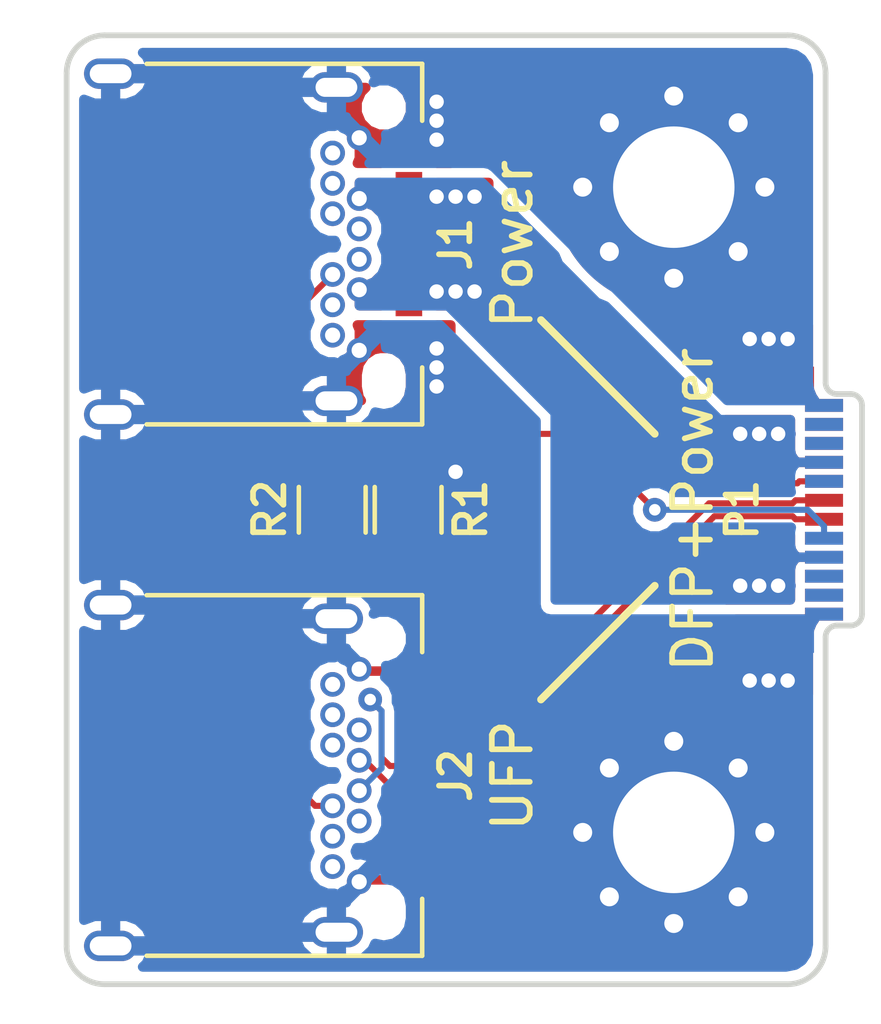
<source format=kicad_pcb>
(kicad_pcb (version 4) (host pcbnew 4.0.6)

  (general
    (links 40)
    (no_connects 0)
    (area 98.094999 99.015 121.635001 126.225)
    (thickness 0.8)
    (drawings 19)
    (tracks 139)
    (zones 0)
    (modules 7)
    (nets 47)
  )

  (page USLetter)
  (title_block
    (title "PD Buddy Wye")
    (date 2017-08-06)
    (rev v1.0)
  )

  (layers
    (0 F.Cu signal)
    (31 B.Cu signal)
    (32 B.Adhes user)
    (33 F.Adhes user)
    (34 B.Paste user)
    (35 F.Paste user)
    (36 B.SilkS user)
    (37 F.SilkS user)
    (38 B.Mask user)
    (39 F.Mask user)
    (40 Dwgs.User user)
    (41 Cmts.User user)
    (42 Eco1.User user)
    (43 Eco2.User user)
    (44 Edge.Cuts user)
    (45 Margin user)
    (46 B.CrtYd user)
    (47 F.CrtYd user)
    (48 B.Fab user)
    (49 F.Fab user)
  )

  (setup
    (last_trace_width 0.16)
    (trace_clearance 0.15)
    (zone_clearance 0.254)
    (zone_45_only no)
    (trace_min 0.16)
    (segment_width 0.2)
    (edge_width 0.15)
    (via_size 0.625)
    (via_drill 0.305)
    (via_min_size 0.4)
    (via_min_drill 0.3)
    (uvia_size 0.3)
    (uvia_drill 0.1)
    (uvias_allowed no)
    (uvia_min_size 0.2)
    (uvia_min_drill 0.1)
    (pcb_text_width 0.3)
    (pcb_text_size 1.5 1.5)
    (mod_edge_width 0.15)
    (mod_text_size 0.8 0.8)
    (mod_text_width 0.15)
    (pad_size 1.524 1.524)
    (pad_drill 0.762)
    (pad_to_mask_clearance 0.1)
    (aux_axis_origin 0 0)
    (visible_elements FFFFFF7F)
    (pcbplotparams
      (layerselection 0x00030_80000001)
      (usegerberextensions false)
      (excludeedgelayer true)
      (linewidth 0.100000)
      (plotframeref false)
      (viasonmask false)
      (mode 1)
      (useauxorigin false)
      (hpglpennumber 1)
      (hpglpenspeed 20)
      (hpglpendiameter 15)
      (hpglpenoverlay 2)
      (psnegative false)
      (psa4output false)
      (plotreference true)
      (plotvalue true)
      (plotinvisibletext false)
      (padsonsilk false)
      (subtractmaskfromsilk false)
      (outputformat 1)
      (mirror false)
      (drillshape 1)
      (scaleselection 1)
      (outputdirectory ""))
  )

  (net 0 "")
  (net 1 GND)
  (net 2 "Net-(J1-PadA2)")
  (net 3 "Net-(J1-PadA3)")
  (net 4 VBUS)
  (net 5 "Net-(J1-PadA6)")
  (net 6 "Net-(J1-PadA7)")
  (net 7 "Net-(J1-PadA10)")
  (net 8 "Net-(J1-PadA8)")
  (net 9 "Net-(J1-PadA11)")
  (net 10 "Net-(J1-PadB6)")
  (net 11 "Net-(J1-PadB7)")
  (net 12 "Net-(J1-PadB2)")
  (net 13 "Net-(J1-PadB3)")
  (net 14 "Net-(J1-PadB8)")
  (net 15 "Net-(J1-PadB10)")
  (net 16 "Net-(J1-PadB11)")
  (net 17 "Net-(J2-PadA2)")
  (net 18 "Net-(J2-PadA3)")
  (net 19 "Net-(J2-PadA4)")
  (net 20 "Net-(J2-PadA10)")
  (net 21 "Net-(J2-PadA9)")
  (net 22 "Net-(J2-PadA8)")
  (net 23 "Net-(J2-PadA11)")
  (net 24 "Net-(J2-PadB4)")
  (net 25 "Net-(J2-PadB9)")
  (net 26 "Net-(J2-PadB2)")
  (net 27 "Net-(J2-PadB3)")
  (net 28 "Net-(J2-PadB8)")
  (net 29 "Net-(J2-PadB10)")
  (net 30 "Net-(J2-PadB11)")
  (net 31 "Net-(P1-PadA2)")
  (net 32 "Net-(P1-PadA3)")
  (net 33 "Net-(P1-PadA8)")
  (net 34 "Net-(P1-PadA10)")
  (net 35 "Net-(P1-PadA11)")
  (net 36 "Net-(P1-PadB2)")
  (net 37 "Net-(P1-PadB3)")
  (net 38 "Net-(P1-PadB8)")
  (net 39 "Net-(P1-PadB10)")
  (net 40 "Net-(P1-PadB11)")
  (net 41 /D+)
  (net 42 /D-)
  (net 43 /CC1P)
  (net 44 /CC2P)
  (net 45 /CC1D)
  (net 46 /CC2D)

  (net_class Default "This is the default net class."
    (clearance 0.15)
    (trace_width 0.16)
    (via_dia 0.625)
    (via_drill 0.305)
    (uvia_dia 0.3)
    (uvia_drill 0.1)
    (add_net /CC1D)
    (add_net /CC1P)
    (add_net /CC2D)
    (add_net /CC2P)
    (add_net /D+)
    (add_net /D-)
    (add_net "Net-(J1-PadA10)")
    (add_net "Net-(J1-PadA11)")
    (add_net "Net-(J1-PadA2)")
    (add_net "Net-(J1-PadA3)")
    (add_net "Net-(J1-PadA6)")
    (add_net "Net-(J1-PadA7)")
    (add_net "Net-(J1-PadA8)")
    (add_net "Net-(J1-PadB10)")
    (add_net "Net-(J1-PadB11)")
    (add_net "Net-(J1-PadB2)")
    (add_net "Net-(J1-PadB3)")
    (add_net "Net-(J1-PadB6)")
    (add_net "Net-(J1-PadB7)")
    (add_net "Net-(J1-PadB8)")
    (add_net "Net-(J2-PadA10)")
    (add_net "Net-(J2-PadA11)")
    (add_net "Net-(J2-PadA2)")
    (add_net "Net-(J2-PadA3)")
    (add_net "Net-(J2-PadA4)")
    (add_net "Net-(J2-PadA8)")
    (add_net "Net-(J2-PadA9)")
    (add_net "Net-(J2-PadB10)")
    (add_net "Net-(J2-PadB11)")
    (add_net "Net-(J2-PadB2)")
    (add_net "Net-(J2-PadB3)")
    (add_net "Net-(J2-PadB4)")
    (add_net "Net-(J2-PadB8)")
    (add_net "Net-(J2-PadB9)")
    (add_net "Net-(P1-PadA10)")
    (add_net "Net-(P1-PadA11)")
    (add_net "Net-(P1-PadA2)")
    (add_net "Net-(P1-PadA3)")
    (add_net "Net-(P1-PadA8)")
    (add_net "Net-(P1-PadB10)")
    (add_net "Net-(P1-PadB11)")
    (add_net "Net-(P1-PadB2)")
    (add_net "Net-(P1-PadB3)")
    (add_net "Net-(P1-PadB8)")
  )

  (net_class Power ""
    (clearance 0.15)
    (trace_width 0.7)
    (via_dia 0.7)
    (via_drill 0.38)
    (uvia_dia 0.3)
    (uvia_drill 0.1)
  )

  (net_class Power_Small ""
    (clearance 0.15)
    (trace_width 0.25)
    (via_dia 0.7)
    (via_drill 0.38)
    (uvia_dia 0.3)
    (uvia_drill 0.1)
    (add_net GND)
    (add_net VBUS)
  )

  (module Connectors_USB:USB_C_Plug_Molex_105444 (layer F.Cu) (tedit 59864031) (tstamp 5986117E)
    (at 120 112.5 270)
    (descr "Universal Serial Bus (USB) Shielded I/O Plug, Type C, Right Angle, Surface Mount, http://www.molex.com/pdm_docs/sd/1054440001_sd.pdf")
    (tags "USB Type-C Plug Edge Mount")
    (path /59860CDD)
    (zone_connect 2)
    (attr smd)
    (fp_text reference P1 (at 0 2.2 270) (layer F.SilkS)
      (effects (font (size 0.8 0.8) (thickness 0.15)))
    )
    (fp_text value DFP+Power (at 0 3.5 270) (layer F.SilkS)
      (effects (font (size 1 1) (thickness 0.15)))
    )
    (fp_text user %R (at 0 2.2 270) (layer F.Fab)
      (effects (font (size 1 1) (thickness 0.1)))
    )
    (fp_line (start -4.3 1.96) (end -4.3 -1.46) (layer F.CrtYd) (width 0.05))
    (fp_text user "PCB Edge" (at 0 -0.96 270) (layer Dwgs.User)
      (effects (font (size 0.5 0.5) (thickness 0.08)))
    )
    (fp_line (start 3.35 0) (end 4.3 0) (layer F.Fab) (width 0.1))
    (fp_line (start 3.05 -0.66) (end 3.05 -0.3) (layer F.Fab) (width 0.1))
    (fp_arc (start 2.75 -0.66) (end 2.75 -0.96) (angle 90) (layer F.Fab) (width 0.1))
    (fp_line (start -2.75 -0.96) (end 2.75 -0.96) (layer F.Fab) (width 0.1))
    (fp_arc (start -2.75 -0.66) (end -3.05 -0.66) (angle 90) (layer F.Fab) (width 0.1))
    (fp_arc (start 3.35 -0.3) (end 3.35 0) (angle 90) (layer F.Fab) (width 0.1))
    (fp_line (start -3.05 -0.66) (end -3.05 -0.3) (layer F.Fab) (width 0.1))
    (fp_arc (start -3.35 -0.3) (end -3.05 -0.3) (angle 90) (layer F.Fab) (width 0.1))
    (fp_line (start -3.35 0) (end -4.3 0) (layer F.Fab) (width 0.1))
    (fp_line (start 4.3 1.96) (end 4.3 -1.46) (layer F.CrtYd) (width 0.05))
    (fp_line (start 4.3 -1.46) (end -4.3 -1.46) (layer F.CrtYd) (width 0.05))
    (fp_line (start 4.3 1.96) (end -4.3 1.96) (layer F.CrtYd) (width 0.05))
    (pad A1 smd rect (at -2.75 0.04 270) (size 0.34 1) (layers F.Cu F.Paste F.Mask)
      (net 1 GND) (zone_connect 2))
    (pad A2 smd rect (at -2.25 0.04 270) (size 0.34 1) (layers F.Cu F.Paste F.Mask)
      (net 31 "Net-(P1-PadA2)") (zone_connect 2))
    (pad A3 smd rect (at -1.75 0.04 270) (size 0.34 1) (layers F.Cu F.Paste F.Mask)
      (net 32 "Net-(P1-PadA3)") (zone_connect 2))
    (pad A4 smd rect (at -1.25 0.04 270) (size 0.34 1) (layers F.Cu F.Paste F.Mask)
      (net 4 VBUS) (zone_connect 2))
    (pad A5 smd rect (at -0.75 0.04 270) (size 0.34 1) (layers F.Cu F.Paste F.Mask)
      (net 43 /CC1P) (zone_connect 2))
    (pad A6 smd rect (at -0.25 0.04 270) (size 0.34 1) (layers F.Cu F.Paste F.Mask)
      (net 41 /D+) (zone_connect 2))
    (pad A7 smd rect (at 0.25 0.04 270) (size 0.34 1) (layers F.Cu F.Paste F.Mask)
      (net 42 /D-) (zone_connect 2))
    (pad A8 smd rect (at 0.75 0.04 270) (size 0.34 1) (layers F.Cu F.Paste F.Mask)
      (net 33 "Net-(P1-PadA8)") (zone_connect 2))
    (pad A9 smd rect (at 1.25 0.04 270) (size 0.34 1) (layers F.Cu F.Paste F.Mask)
      (net 4 VBUS) (zone_connect 2))
    (pad A10 smd rect (at 1.75 0.04 270) (size 0.34 1) (layers F.Cu F.Paste F.Mask)
      (net 34 "Net-(P1-PadA10)") (zone_connect 2))
    (pad A11 smd rect (at 2.25 0.04 270) (size 0.34 1) (layers F.Cu F.Paste F.Mask)
      (net 35 "Net-(P1-PadA11)") (zone_connect 2))
    (pad A12 smd rect (at 2.75 0.04 270) (size 0.34 1) (layers F.Cu F.Paste F.Mask)
      (net 1 GND) (zone_connect 2))
    (pad S1 smd rect (at -3.42 0.88 270) (size 0.7 1.15) (layers F.Cu F.Paste F.Mask)
      (net 1 GND) (zone_connect 2))
    (pad S1 smd rect (at 3.42 0.88 270) (size 0.7 1.15) (layers B.Cu B.Paste B.Mask)
      (net 1 GND) (zone_connect 2))
    (pad B1 smd rect (at 2.75 0.04 270) (size 0.34 1) (layers B.Cu B.Paste B.Mask)
      (net 1 GND) (zone_connect 2))
    (pad B2 smd rect (at 2.25 0.04 270) (size 0.34 1) (layers B.Cu B.Paste B.Mask)
      (net 36 "Net-(P1-PadB2)") (zone_connect 2))
    (pad B3 smd rect (at 1.75 0.04 270) (size 0.34 1) (layers B.Cu B.Paste B.Mask)
      (net 37 "Net-(P1-PadB3)") (zone_connect 2))
    (pad B4 smd rect (at 1.25 0.04 270) (size 0.34 1) (layers B.Cu B.Paste B.Mask)
      (net 4 VBUS) (zone_connect 2))
    (pad B5 smd rect (at 0.75 0.04 270) (size 0.34 1) (layers B.Cu B.Paste B.Mask)
      (net 44 /CC2P) (zone_connect 2))
    (pad B8 smd rect (at -0.75 0.04 270) (size 0.34 1) (layers B.Cu B.Paste B.Mask)
      (net 38 "Net-(P1-PadB8)") (zone_connect 2))
    (pad B9 smd rect (at -1.25 0.04 270) (size 0.34 1) (layers B.Cu B.Paste B.Mask)
      (net 4 VBUS) (zone_connect 2))
    (pad B10 smd rect (at -1.75 0.04 270) (size 0.34 1) (layers B.Cu B.Paste B.Mask)
      (net 39 "Net-(P1-PadB10)") (zone_connect 2))
    (pad B11 smd rect (at -2.25 0.04 270) (size 0.34 1) (layers B.Cu B.Paste B.Mask)
      (net 40 "Net-(P1-PadB11)") (zone_connect 2))
    (pad B12 smd rect (at -2.75 0.04 270) (size 0.34 1) (layers B.Cu B.Paste B.Mask)
      (net 1 GND) (zone_connect 2))
    (model ${KISYS3DMOD}/Connectors_USB.3dshapes/USB_C_Plug_Molex_105444.wrl
      (at (xyz 0 0 0))
      (scale (xyz 1 1 1))
      (rotate (xyz 0 0 0))
    )
  )

  (module Ratfink_Connectors_USB:USB_C_Receptacle_Amphenol_12401548E4-2A (layer F.Cu) (tedit 59861103) (tstamp 59861124)
    (at 104 105.5 270)
    (descr "USB TYPE C, RA RCPT PCB, Hybrid, https://www.amphenolcanada.com/StockAvailabilityPrice.aspx?From=&PartNum=12401548E4%7e2A")
    (tags "USB C Type-C Receptacle Hybrid")
    (path /59860B95)
    (attr smd)
    (fp_text reference J1 (at 0 -6.25 270) (layer F.SilkS)
      (effects (font (size 0.8 0.8) (thickness 0.15)))
    )
    (fp_text value Power (at 0 -7.75 270) (layer F.SilkS)
      (effects (font (size 1 1) (thickness 0.15)))
    )
    (fp_text user %R (at 0 0 270) (layer F.Fab)
      (effects (font (size 1 1) (thickness 0.1)))
    )
    (fp_line (start -5.39 5.73) (end -5.39 -5.87) (layer F.CrtYd) (width 0.05))
    (fp_line (start 5.39 5.73) (end -5.39 5.73) (layer F.CrtYd) (width 0.05))
    (fp_line (start 5.39 -5.87) (end 5.39 5.73) (layer F.CrtYd) (width 0.05))
    (fp_line (start -5.39 -5.87) (end 5.39 -5.87) (layer F.CrtYd) (width 0.05))
    (fp_line (start 4.6 5.23) (end 4.6 -5.22) (layer F.Fab) (width 0.1))
    (fp_line (start -4.6 5.23) (end 4.6 5.23) (layer F.Fab) (width 0.1))
    (fp_line (start 3.25 -5.37) (end 4.75 -5.37) (layer F.SilkS) (width 0.12))
    (fp_line (start 4.75 -5.37) (end 4.75 1.89) (layer F.SilkS) (width 0.12))
    (fp_line (start -4.75 -5.37) (end -4.75 1.89) (layer F.SilkS) (width 0.12))
    (fp_line (start -4.75 -5.37) (end -3.25 -5.37) (layer F.SilkS) (width 0.12))
    (fp_line (start -4.6 -5.22) (end 4.6 -5.22) (layer F.Fab) (width 0.1))
    (fp_line (start -4.6 5.23) (end -4.6 -5.22) (layer F.Fab) (width 0.1))
    (pad S1 thru_hole oval (at -4.13 -3.11 270) (size 0.8 1.4) (drill oval 0.5 1.1) (layers *.Cu *.Mask)
      (net 1 GND))
    (pad A1 smd rect (at -2.75 -5.02 270) (size 0.3 0.7) (layers F.Cu F.Paste F.Mask)
      (net 1 GND))
    (pad A2 smd rect (at -2.25 -5.02 270) (size 0.3 0.7) (layers F.Cu F.Paste F.Mask)
      (net 2 "Net-(J1-PadA2)"))
    (pad A3 smd rect (at -1.75 -5.02 270) (size 0.3 0.7) (layers F.Cu F.Paste F.Mask)
      (net 3 "Net-(J1-PadA3)"))
    (pad A4 smd rect (at -1.25 -5.02 270) (size 0.3 0.7) (layers F.Cu F.Paste F.Mask)
      (net 4 VBUS))
    (pad A5 smd rect (at -0.75 -5.02 270) (size 0.3 0.7) (layers F.Cu F.Paste F.Mask)
      (net 43 /CC1P))
    (pad A6 smd rect (at -0.25 -5.02 270) (size 0.3 0.7) (layers F.Cu F.Paste F.Mask)
      (net 5 "Net-(J1-PadA6)"))
    (pad A7 smd rect (at 0.25 -5.02 270) (size 0.3 0.7) (layers F.Cu F.Paste F.Mask)
      (net 6 "Net-(J1-PadA7)"))
    (pad A12 smd rect (at 2.75 -5.02 270) (size 0.3 0.7) (layers F.Cu F.Paste F.Mask)
      (net 1 GND))
    (pad A10 smd rect (at 1.75 -5.02 270) (size 0.3 0.7) (layers F.Cu F.Paste F.Mask)
      (net 7 "Net-(J1-PadA10)"))
    (pad A9 smd rect (at 1.25 -5.02 270) (size 0.3 0.7) (layers F.Cu F.Paste F.Mask)
      (net 4 VBUS))
    (pad A8 smd rect (at 0.75 -5.02 270) (size 0.3 0.7) (layers F.Cu F.Paste F.Mask)
      (net 8 "Net-(J1-PadA8)"))
    (pad A11 smd rect (at 2.25 -5.02 270) (size 0.3 0.7) (layers F.Cu F.Paste F.Mask)
      (net 9 "Net-(J1-PadA11)"))
    (pad S1 thru_hole oval (at 4.13 -3.11 270) (size 0.8 1.4) (drill oval 0.5 1.1) (layers *.Cu *.Mask)
      (net 1 GND))
    (pad S1 thru_hole oval (at 4.49 2.84 270) (size 0.8 1.4) (drill oval 0.5 1.1) (layers *.Cu *.Mask)
      (net 1 GND))
    (pad S1 thru_hole oval (at -4.49 2.84 270) (size 0.8 1.4) (drill oval 0.5 1.1) (layers *.Cu *.Mask)
      (net 1 GND))
    (pad "" np_thru_hole oval (at 3.6 -4.36 270) (size 0.95 0.65) (drill oval 0.95 0.65) (layers *.Cu *.Mask))
    (pad "" np_thru_hole circle (at -3.6 -4.36 270) (size 0.65 0.65) (drill 0.65) (layers *.Cu *.Mask))
    (pad B1 thru_hole circle (at 2.8 -3.71 270) (size 0.65 0.65) (drill 0.4) (layers *.Cu *.Mask)
      (net 1 GND))
    (pad B4 thru_hole circle (at 1.2 -3.71 270) (size 0.65 0.65) (drill 0.4) (layers *.Cu *.Mask)
      (net 4 VBUS))
    (pad B6 thru_hole circle (at 0.4 -3.71 270) (size 0.65 0.65) (drill 0.4) (layers *.Cu *.Mask)
      (net 10 "Net-(J1-PadB6)"))
    (pad B7 thru_hole circle (at -0.4 -3.71 270) (size 0.65 0.65) (drill 0.4) (layers *.Cu *.Mask)
      (net 11 "Net-(J1-PadB7)"))
    (pad B9 thru_hole circle (at -1.2 -3.71 270) (size 0.65 0.65) (drill 0.4) (layers *.Cu *.Mask)
      (net 4 VBUS))
    (pad B12 thru_hole circle (at -2.8 -3.71 270) (size 0.65 0.65) (drill 0.4) (layers *.Cu *.Mask)
      (net 1 GND))
    (pad B2 thru_hole circle (at 2.4 -3.01 270) (size 0.65 0.65) (drill 0.4) (layers *.Cu *.Mask)
      (net 12 "Net-(J1-PadB2)"))
    (pad B3 thru_hole circle (at 1.6 -3.01 270) (size 0.65 0.65) (drill 0.4) (layers *.Cu *.Mask)
      (net 13 "Net-(J1-PadB3)"))
    (pad B5 thru_hole circle (at 0.8 -3.01 270) (size 0.65 0.65) (drill 0.4) (layers *.Cu *.Mask)
      (net 44 /CC2P))
    (pad B8 thru_hole circle (at -0.8 -3.01 270) (size 0.65 0.65) (drill 0.4) (layers *.Cu *.Mask)
      (net 14 "Net-(J1-PadB8)"))
    (pad B10 thru_hole circle (at -1.6 -3.01 270) (size 0.65 0.65) (drill 0.4) (layers *.Cu *.Mask)
      (net 15 "Net-(J1-PadB10)"))
    (pad B11 thru_hole circle (at -2.4 -3.01 270) (size 0.65 0.65) (drill 0.4) (layers *.Cu *.Mask)
      (net 16 "Net-(J1-PadB11)"))
    (model ${KISYS3DMOD}/Connectors_USB.3dshapes/USB_C_Receptacle_Amphenol_12401548E4-2A.wrl
      (at (xyz 0 0 0))
      (scale (xyz 1 1 1))
      (rotate (xyz 0 0 0))
    )
  )

  (module Ratfink_Connectors_USB:USB_C_Receptacle_Amphenol_12401548E4-2A (layer F.Cu) (tedit 59861107) (tstamp 59861153)
    (at 104 119.5 270)
    (descr "USB TYPE C, RA RCPT PCB, Hybrid, https://www.amphenolcanada.com/StockAvailabilityPrice.aspx?From=&PartNum=12401548E4%7e2A")
    (tags "USB C Type-C Receptacle Hybrid")
    (path /59860C73)
    (attr smd)
    (fp_text reference J2 (at 0 -6.25 270) (layer F.SilkS)
      (effects (font (size 0.8 0.8) (thickness 0.15)))
    )
    (fp_text value UFP (at 0 -7.75 270) (layer F.SilkS)
      (effects (font (size 1 1) (thickness 0.15)))
    )
    (fp_text user %R (at 0 0 270) (layer F.Fab)
      (effects (font (size 1 1) (thickness 0.1)))
    )
    (fp_line (start -5.39 5.73) (end -5.39 -5.87) (layer F.CrtYd) (width 0.05))
    (fp_line (start 5.39 5.73) (end -5.39 5.73) (layer F.CrtYd) (width 0.05))
    (fp_line (start 5.39 -5.87) (end 5.39 5.73) (layer F.CrtYd) (width 0.05))
    (fp_line (start -5.39 -5.87) (end 5.39 -5.87) (layer F.CrtYd) (width 0.05))
    (fp_line (start 4.6 5.23) (end 4.6 -5.22) (layer F.Fab) (width 0.1))
    (fp_line (start -4.6 5.23) (end 4.6 5.23) (layer F.Fab) (width 0.1))
    (fp_line (start 3.25 -5.37) (end 4.75 -5.37) (layer F.SilkS) (width 0.12))
    (fp_line (start 4.75 -5.37) (end 4.75 1.89) (layer F.SilkS) (width 0.12))
    (fp_line (start -4.75 -5.37) (end -4.75 1.89) (layer F.SilkS) (width 0.12))
    (fp_line (start -4.75 -5.37) (end -3.25 -5.37) (layer F.SilkS) (width 0.12))
    (fp_line (start -4.6 -5.22) (end 4.6 -5.22) (layer F.Fab) (width 0.1))
    (fp_line (start -4.6 5.23) (end -4.6 -5.22) (layer F.Fab) (width 0.1))
    (pad S1 thru_hole oval (at -4.13 -3.11 270) (size 0.8 1.4) (drill oval 0.5 1.1) (layers *.Cu *.Mask)
      (net 1 GND))
    (pad A1 smd rect (at -2.75 -5.02 270) (size 0.3 0.7) (layers F.Cu F.Paste F.Mask)
      (net 1 GND))
    (pad A2 smd rect (at -2.25 -5.02 270) (size 0.3 0.7) (layers F.Cu F.Paste F.Mask)
      (net 17 "Net-(J2-PadA2)"))
    (pad A3 smd rect (at -1.75 -5.02 270) (size 0.3 0.7) (layers F.Cu F.Paste F.Mask)
      (net 18 "Net-(J2-PadA3)"))
    (pad A4 smd rect (at -1.25 -5.02 270) (size 0.3 0.7) (layers F.Cu F.Paste F.Mask)
      (net 19 "Net-(J2-PadA4)"))
    (pad A5 smd rect (at -0.75 -5.02 270) (size 0.3 0.7) (layers F.Cu F.Paste F.Mask)
      (net 45 /CC1D))
    (pad A6 smd rect (at -0.25 -5.02 270) (size 0.3 0.7) (layers F.Cu F.Paste F.Mask)
      (net 41 /D+))
    (pad A7 smd rect (at 0.25 -5.02 270) (size 0.3 0.7) (layers F.Cu F.Paste F.Mask)
      (net 42 /D-))
    (pad A12 smd rect (at 2.75 -5.02 270) (size 0.3 0.7) (layers F.Cu F.Paste F.Mask)
      (net 1 GND))
    (pad A10 smd rect (at 1.75 -5.02 270) (size 0.3 0.7) (layers F.Cu F.Paste F.Mask)
      (net 20 "Net-(J2-PadA10)"))
    (pad A9 smd rect (at 1.25 -5.02 270) (size 0.3 0.7) (layers F.Cu F.Paste F.Mask)
      (net 21 "Net-(J2-PadA9)"))
    (pad A8 smd rect (at 0.75 -5.02 270) (size 0.3 0.7) (layers F.Cu F.Paste F.Mask)
      (net 22 "Net-(J2-PadA8)"))
    (pad A11 smd rect (at 2.25 -5.02 270) (size 0.3 0.7) (layers F.Cu F.Paste F.Mask)
      (net 23 "Net-(J2-PadA11)"))
    (pad S1 thru_hole oval (at 4.13 -3.11 270) (size 0.8 1.4) (drill oval 0.5 1.1) (layers *.Cu *.Mask)
      (net 1 GND))
    (pad S1 thru_hole oval (at 4.49 2.84 270) (size 0.8 1.4) (drill oval 0.5 1.1) (layers *.Cu *.Mask)
      (net 1 GND))
    (pad S1 thru_hole oval (at -4.49 2.84 270) (size 0.8 1.4) (drill oval 0.5 1.1) (layers *.Cu *.Mask)
      (net 1 GND))
    (pad "" np_thru_hole oval (at 3.6 -4.36 270) (size 0.95 0.65) (drill oval 0.95 0.65) (layers *.Cu *.Mask))
    (pad "" np_thru_hole circle (at -3.6 -4.36 270) (size 0.65 0.65) (drill 0.65) (layers *.Cu *.Mask))
    (pad B1 thru_hole circle (at 2.8 -3.71 270) (size 0.65 0.65) (drill 0.4) (layers *.Cu *.Mask)
      (net 1 GND))
    (pad B4 thru_hole circle (at 1.2 -3.71 270) (size 0.65 0.65) (drill 0.4) (layers *.Cu *.Mask)
      (net 24 "Net-(J2-PadB4)"))
    (pad B6 thru_hole circle (at 0.4 -3.71 270) (size 0.65 0.65) (drill 0.4) (layers *.Cu *.Mask)
      (net 41 /D+))
    (pad B7 thru_hole circle (at -0.4 -3.71 270) (size 0.65 0.65) (drill 0.4) (layers *.Cu *.Mask)
      (net 42 /D-))
    (pad B9 thru_hole circle (at -1.2 -3.71 270) (size 0.65 0.65) (drill 0.4) (layers *.Cu *.Mask)
      (net 25 "Net-(J2-PadB9)"))
    (pad B12 thru_hole circle (at -2.8 -3.71 270) (size 0.65 0.65) (drill 0.4) (layers *.Cu *.Mask)
      (net 1 GND))
    (pad B2 thru_hole circle (at 2.4 -3.01 270) (size 0.65 0.65) (drill 0.4) (layers *.Cu *.Mask)
      (net 26 "Net-(J2-PadB2)"))
    (pad B3 thru_hole circle (at 1.6 -3.01 270) (size 0.65 0.65) (drill 0.4) (layers *.Cu *.Mask)
      (net 27 "Net-(J2-PadB3)"))
    (pad B5 thru_hole circle (at 0.8 -3.01 270) (size 0.65 0.65) (drill 0.4) (layers *.Cu *.Mask)
      (net 46 /CC2D))
    (pad B8 thru_hole circle (at -0.8 -3.01 270) (size 0.65 0.65) (drill 0.4) (layers *.Cu *.Mask)
      (net 28 "Net-(J2-PadB8)"))
    (pad B10 thru_hole circle (at -1.6 -3.01 270) (size 0.65 0.65) (drill 0.4) (layers *.Cu *.Mask)
      (net 29 "Net-(J2-PadB10)"))
    (pad B11 thru_hole circle (at -2.4 -3.01 270) (size 0.65 0.65) (drill 0.4) (layers *.Cu *.Mask)
      (net 30 "Net-(J2-PadB11)"))
    (model ${KISYS3DMOD}/Connectors_USB.3dshapes/USB_C_Receptacle_Amphenol_12401548E4-2A.wrl
      (at (xyz 0 0 0))
      (scale (xyz 1 1 1))
      (rotate (xyz 0 0 0))
    )
  )

  (module Mounting_Holes:MountingHole_3.2mm_M3_Pad_Via (layer F.Cu) (tedit 59861099) (tstamp 59861484)
    (at 116 104)
    (descr "Mounting Hole 3.2mm, M3")
    (tags "mounting hole 3.2mm m3")
    (path /59861CE1)
    (zone_connect 2)
    (fp_text reference MK1 (at 0 -4.2) (layer F.Fab)
      (effects (font (size 0.8 0.8) (thickness 0.15)))
    )
    (fp_text value M3 (at 0 4.2) (layer F.Fab)
      (effects (font (size 1 1) (thickness 0.15)))
    )
    (fp_circle (center 0 0) (end 3.2 0) (layer Cmts.User) (width 0.15))
    (fp_circle (center 0 0) (end 3.45 0) (layer F.CrtYd) (width 0.05))
    (pad 1 thru_hole circle (at 0 0) (size 6.4 6.4) (drill 3.2) (layers *.Cu *.Mask)
      (net 1 GND) (zone_connect 2))
    (pad "" thru_hole circle (at 2.4 0) (size 0.6 0.6) (drill 0.5) (layers *.Cu *.Mask)
      (zone_connect 2))
    (pad "" thru_hole circle (at 1.697056 1.697056) (size 0.6 0.6) (drill 0.5) (layers *.Cu *.Mask)
      (zone_connect 2))
    (pad "" thru_hole circle (at 0 2.4) (size 0.6 0.6) (drill 0.5) (layers *.Cu *.Mask)
      (zone_connect 2))
    (pad "" thru_hole circle (at -1.697056 1.697056) (size 0.6 0.6) (drill 0.5) (layers *.Cu *.Mask)
      (zone_connect 2))
    (pad "" thru_hole circle (at -2.4 0) (size 0.6 0.6) (drill 0.5) (layers *.Cu *.Mask)
      (zone_connect 2))
    (pad "" thru_hole circle (at -1.697056 -1.697056) (size 0.6 0.6) (drill 0.5) (layers *.Cu *.Mask)
      (zone_connect 2))
    (pad "" thru_hole circle (at 0 -2.4) (size 0.6 0.6) (drill 0.5) (layers *.Cu *.Mask)
      (zone_connect 2))
    (pad "" thru_hole circle (at 1.697056 -1.697056) (size 0.6 0.6) (drill 0.5) (layers *.Cu *.Mask)
      (zone_connect 2))
  )

  (module Mounting_Holes:MountingHole_3.2mm_M3_Pad_Via (layer F.Cu) (tedit 5986109E) (tstamp 59861493)
    (at 116 121)
    (descr "Mounting Hole 3.2mm, M3")
    (tags "mounting hole 3.2mm m3")
    (path /59861F93)
    (zone_connect 2)
    (fp_text reference MK2 (at 0 -4.2) (layer F.Fab)
      (effects (font (size 0.8 0.8) (thickness 0.15)))
    )
    (fp_text value M3 (at 0 4.2) (layer F.Fab)
      (effects (font (size 1 1) (thickness 0.15)))
    )
    (fp_circle (center 0 0) (end 3.2 0) (layer Cmts.User) (width 0.15))
    (fp_circle (center 0 0) (end 3.45 0) (layer F.CrtYd) (width 0.05))
    (pad 1 thru_hole circle (at 0 0) (size 6.4 6.4) (drill 3.2) (layers *.Cu *.Mask)
      (net 1 GND) (zone_connect 2))
    (pad "" thru_hole circle (at 2.4 0) (size 0.6 0.6) (drill 0.5) (layers *.Cu *.Mask)
      (zone_connect 2))
    (pad "" thru_hole circle (at 1.697056 1.697056) (size 0.6 0.6) (drill 0.5) (layers *.Cu *.Mask)
      (zone_connect 2))
    (pad "" thru_hole circle (at 0 2.4) (size 0.6 0.6) (drill 0.5) (layers *.Cu *.Mask)
      (zone_connect 2))
    (pad "" thru_hole circle (at -1.697056 1.697056) (size 0.6 0.6) (drill 0.5) (layers *.Cu *.Mask)
      (zone_connect 2))
    (pad "" thru_hole circle (at -2.4 0) (size 0.6 0.6) (drill 0.5) (layers *.Cu *.Mask)
      (zone_connect 2))
    (pad "" thru_hole circle (at -1.697056 -1.697056) (size 0.6 0.6) (drill 0.5) (layers *.Cu *.Mask)
      (zone_connect 2))
    (pad "" thru_hole circle (at 0 -2.4) (size 0.6 0.6) (drill 0.5) (layers *.Cu *.Mask)
      (zone_connect 2))
    (pad "" thru_hole circle (at 1.697056 -1.697056) (size 0.6 0.6) (drill 0.5) (layers *.Cu *.Mask)
      (zone_connect 2))
  )

  (module Resistors_SMD:R_0805 (layer F.Cu) (tedit 58E0A804) (tstamp 59863C14)
    (at 109 112.5 90)
    (descr "Resistor SMD 0805, reflow soldering, Vishay (see dcrcw.pdf)")
    (tags "resistor 0805")
    (path /59863DDF)
    (attr smd)
    (fp_text reference R1 (at 0 1.65 90) (layer F.SilkS)
      (effects (font (size 0.8 0.8) (thickness 0.15)))
    )
    (fp_text value 5.1k (at 0 1.75 90) (layer F.Fab)
      (effects (font (size 1 1) (thickness 0.15)))
    )
    (fp_text user %R (at 0 0 90) (layer F.Fab)
      (effects (font (size 0.5 0.5) (thickness 0.075)))
    )
    (fp_line (start -1 0.62) (end -1 -0.62) (layer F.Fab) (width 0.1))
    (fp_line (start 1 0.62) (end -1 0.62) (layer F.Fab) (width 0.1))
    (fp_line (start 1 -0.62) (end 1 0.62) (layer F.Fab) (width 0.1))
    (fp_line (start -1 -0.62) (end 1 -0.62) (layer F.Fab) (width 0.1))
    (fp_line (start 0.6 0.88) (end -0.6 0.88) (layer F.SilkS) (width 0.12))
    (fp_line (start -0.6 -0.88) (end 0.6 -0.88) (layer F.SilkS) (width 0.12))
    (fp_line (start -1.55 -0.9) (end 1.55 -0.9) (layer F.CrtYd) (width 0.05))
    (fp_line (start -1.55 -0.9) (end -1.55 0.9) (layer F.CrtYd) (width 0.05))
    (fp_line (start 1.55 0.9) (end 1.55 -0.9) (layer F.CrtYd) (width 0.05))
    (fp_line (start 1.55 0.9) (end -1.55 0.9) (layer F.CrtYd) (width 0.05))
    (pad 1 smd rect (at -0.95 0 90) (size 0.7 1.3) (layers F.Cu F.Paste F.Mask)
      (net 45 /CC1D))
    (pad 2 smd rect (at 0.95 0 90) (size 0.7 1.3) (layers F.Cu F.Paste F.Mask)
      (net 1 GND))
    (model ${KISYS3DMOD}/Resistors_SMD.3dshapes/R_0805.wrl
      (at (xyz 0 0 0))
      (scale (xyz 1 1 1))
      (rotate (xyz 0 0 0))
    )
  )

  (module Resistors_SMD:R_0805 (layer F.Cu) (tedit 58E0A804) (tstamp 59863C25)
    (at 107 112.5 270)
    (descr "Resistor SMD 0805, reflow soldering, Vishay (see dcrcw.pdf)")
    (tags "resistor 0805")
    (path /59863CCA)
    (attr smd)
    (fp_text reference R2 (at 0 1.65 270) (layer F.SilkS)
      (effects (font (size 0.8 0.8) (thickness 0.15)))
    )
    (fp_text value 5.1k (at 0 1.75 270) (layer F.Fab)
      (effects (font (size 1 1) (thickness 0.15)))
    )
    (fp_text user %R (at 0 0 270) (layer F.Fab)
      (effects (font (size 0.5 0.5) (thickness 0.075)))
    )
    (fp_line (start -1 0.62) (end -1 -0.62) (layer F.Fab) (width 0.1))
    (fp_line (start 1 0.62) (end -1 0.62) (layer F.Fab) (width 0.1))
    (fp_line (start 1 -0.62) (end 1 0.62) (layer F.Fab) (width 0.1))
    (fp_line (start -1 -0.62) (end 1 -0.62) (layer F.Fab) (width 0.1))
    (fp_line (start 0.6 0.88) (end -0.6 0.88) (layer F.SilkS) (width 0.12))
    (fp_line (start -0.6 -0.88) (end 0.6 -0.88) (layer F.SilkS) (width 0.12))
    (fp_line (start -1.55 -0.9) (end 1.55 -0.9) (layer F.CrtYd) (width 0.05))
    (fp_line (start -1.55 -0.9) (end -1.55 0.9) (layer F.CrtYd) (width 0.05))
    (fp_line (start 1.55 0.9) (end 1.55 -0.9) (layer F.CrtYd) (width 0.05))
    (fp_line (start 1.55 0.9) (end -1.55 0.9) (layer F.CrtYd) (width 0.05))
    (pad 1 smd rect (at -0.95 0 270) (size 0.7 1.3) (layers F.Cu F.Paste F.Mask)
      (net 1 GND))
    (pad 2 smd rect (at 0.95 0 270) (size 0.7 1.3) (layers F.Cu F.Paste F.Mask)
      (net 46 /CC2D))
    (model ${KISYS3DMOD}/Resistors_SMD.3dshapes/R_0805.wrl
      (at (xyz 0 0 0))
      (scale (xyz 1 1 1))
      (rotate (xyz 0 0 0))
    )
  )

  (gr_text "PD Buddy Wye v1.0" (at 104 112.5 90) (layer B.Mask)
    (effects (font (size 1.5 1.5) (thickness 0.3)) (justify mirror))
  )
  (gr_line (start 112.5 107.5) (end 115.5 110.5) (layer F.SilkS) (width 0.2))
  (gr_line (start 112.5 117.5) (end 115.5 114.5) (layer F.SilkS) (width 0.2))
  (gr_line (start 120.3 109.45) (end 120.66 109.45) (layer Edge.Cuts) (width 0.15))
  (gr_arc (start 120.3 109.15) (end 120.3 109.45) (angle 90) (layer Edge.Cuts) (width 0.15) (tstamp 59861792))
  (gr_line (start 120.96 109.75) (end 120.96 115.25) (layer Edge.Cuts) (width 0.15))
  (gr_arc (start 120.66 109.75) (end 120.66 109.45) (angle 90) (layer Edge.Cuts) (width 0.15) (tstamp 59861790))
  (gr_line (start 120.66 115.55) (end 120.3 115.55) (layer Edge.Cuts) (width 0.15))
  (gr_arc (start 120.66 115.25) (end 120.96 115.25) (angle 90) (layer Edge.Cuts) (width 0.15) (tstamp 5986178E))
  (gr_arc (start 120.3 115.85) (end 120 115.85) (angle 90) (layer Edge.Cuts) (width 0.15))
  (gr_arc (start 119 101) (end 119 100) (angle 90) (layer Edge.Cuts) (width 0.15))
  (gr_arc (start 101 101) (end 100 101) (angle 90) (layer Edge.Cuts) (width 0.15))
  (gr_arc (start 101 124) (end 101 125) (angle 90) (layer Edge.Cuts) (width 0.15))
  (gr_arc (start 119 124) (end 120 124) (angle 90) (layer Edge.Cuts) (width 0.15))
  (gr_line (start 120 124) (end 120 115.85) (layer Edge.Cuts) (width 0.15))
  (gr_line (start 101 125) (end 119 125) (layer Edge.Cuts) (width 0.15))
  (gr_line (start 100 101) (end 100 124) (layer Edge.Cuts) (width 0.15))
  (gr_line (start 119 100) (end 101 100) (layer Edge.Cuts) (width 0.15))
  (gr_line (start 120 109.15) (end 120 101) (layer Edge.Cuts) (width 0.15))

  (segment (start 109 111.55) (end 110.2 111.55) (width 0.25) (layer F.Cu) (net 1))
  (segment (start 110.2 111.55) (end 110.25 111.5) (width 0.25) (layer F.Cu) (net 1))
  (via (at 110.25 111.5) (size 0.7) (drill 0.38) (layers F.Cu B.Cu) (net 1))
  (segment (start 109 111.55) (end 107 111.55) (width 0.25) (layer F.Cu) (net 1))
  (segment (start 119 109) (end 119 108) (width 0.25) (layer B.Cu) (net 1))
  (segment (start 119.75 109.75) (end 119 109) (width 0.25) (layer B.Cu) (net 1))
  (segment (start 119.96 109.75) (end 119.75 109.75) (width 0.25) (layer B.Cu) (net 1))
  (segment (start 119.96 115.25) (end 119.79 115.25) (width 0.25) (layer B.Cu) (net 1))
  (segment (start 119.79 115.25) (end 119.12 115.92) (width 0.25) (layer B.Cu) (net 1))
  (segment (start 109.75 102.25) (end 109.75 101.75) (width 0.25) (layer F.Cu) (net 1))
  (via (at 109.75 101.75) (size 0.7) (drill 0.38) (layers F.Cu B.Cu) (net 1))
  (segment (start 109.75 102.75) (end 109.75 102.25) (width 0.25) (layer F.Cu) (net 1))
  (via (at 109.75 102.25) (size 0.7) (drill 0.38) (layers F.Cu B.Cu) (net 1))
  (segment (start 109.02 102.75) (end 109.75 102.75) (width 0.25) (layer F.Cu) (net 1))
  (via (at 109.75 102.75) (size 0.7) (drill 0.38) (layers F.Cu B.Cu) (net 1))
  (segment (start 109.75 108.75) (end 109.75 109.25) (width 0.25) (layer F.Cu) (net 1))
  (via (at 109.75 109.25) (size 0.7) (drill 0.38) (layers F.Cu B.Cu) (net 1))
  (segment (start 109.75 108.25) (end 109.75 108.75) (width 0.25) (layer F.Cu) (net 1))
  (via (at 109.75 108.75) (size 0.7) (drill 0.38) (layers F.Cu B.Cu) (net 1))
  (segment (start 109.02 108.25) (end 109.75 108.25) (width 0.25) (layer F.Cu) (net 1))
  (via (at 109.75 108.25) (size 0.7) (drill 0.38) (layers F.Cu B.Cu) (net 1))
  (segment (start 109.02 102.75) (end 107.76 102.75) (width 0.25) (layer F.Cu) (net 1))
  (segment (start 107.76 102.75) (end 107.71 102.7) (width 0.25) (layer F.Cu) (net 1))
  (segment (start 109.02 108.25) (end 107.76 108.25) (width 0.25) (layer F.Cu) (net 1))
  (segment (start 107.76 108.25) (end 107.71 108.3) (width 0.25) (layer F.Cu) (net 1))
  (segment (start 119 115.88) (end 119 117) (width 0.25) (layer F.Cu) (net 1))
  (segment (start 119.96 115.25) (end 119.63 115.25) (width 0.25) (layer F.Cu) (net 1))
  (segment (start 119.63 115.25) (end 119 115.88) (width 0.25) (layer F.Cu) (net 1))
  (segment (start 119.96 109.75) (end 119.79 109.75) (width 0.25) (layer F.Cu) (net 1))
  (segment (start 119.79 109.75) (end 119.12 109.08) (width 0.25) (layer F.Cu) (net 1))
  (segment (start 119.12 109.08) (end 119.12 108.12) (width 0.25) (layer F.Cu) (net 1))
  (segment (start 119.12 108.12) (end 119 108) (width 0.25) (layer F.Cu) (net 1))
  (segment (start 118.5 117) (end 118 117) (width 0.25) (layer B.Cu) (net 1))
  (via (at 118 117) (size 0.7) (drill 0.38) (layers F.Cu B.Cu) (net 1))
  (segment (start 119 117) (end 118.5 117) (width 0.25) (layer B.Cu) (net 1))
  (via (at 118.5 117) (size 0.7) (drill 0.38) (layers F.Cu B.Cu) (net 1))
  (segment (start 119.12 115.92) (end 119.12 116.88) (width 0.25) (layer B.Cu) (net 1))
  (segment (start 119.12 116.88) (end 119 117) (width 0.25) (layer B.Cu) (net 1))
  (via (at 119 117) (size 0.7) (drill 0.38) (layers F.Cu B.Cu) (net 1))
  (segment (start 118.5 108) (end 118 108) (width 0.25) (layer F.Cu) (net 1))
  (via (at 118 108) (size 0.7) (drill 0.38) (layers F.Cu B.Cu) (net 1))
  (segment (start 119 108) (end 118.5 108) (width 0.25) (layer F.Cu) (net 1))
  (via (at 118.5 108) (size 0.7) (drill 0.38) (layers F.Cu B.Cu) (net 1))
  (via (at 119 108) (size 0.7) (drill 0.38) (layers F.Cu B.Cu) (net 1))
  (segment (start 109.02 122.25) (end 107.76 122.25) (width 0.25) (layer F.Cu) (net 1))
  (segment (start 107.76 122.25) (end 107.71 122.3) (width 0.25) (layer F.Cu) (net 1))
  (segment (start 109.02 116.75) (end 107.76 116.75) (width 0.25) (layer F.Cu) (net 1))
  (segment (start 107.76 116.75) (end 107.71 116.7) (width 0.25) (layer F.Cu) (net 1))
  (segment (start 119.96 111.25) (end 119.21 111.25) (width 0.25) (layer B.Cu) (net 4))
  (segment (start 119.21 111.25) (end 118.75 110.79) (width 0.25) (layer B.Cu) (net 4))
  (segment (start 118.75 110.79) (end 118.75 110.5) (width 0.25) (layer B.Cu) (net 4))
  (segment (start 119.96 113.75) (end 119.21 113.75) (width 0.25) (layer B.Cu) (net 4))
  (segment (start 119.21 113.75) (end 118.75 114.21) (width 0.25) (layer B.Cu) (net 4))
  (segment (start 118.75 114.21) (end 118.75 114.5) (width 0.25) (layer B.Cu) (net 4))
  (segment (start 119.96 113.75) (end 119.21 113.75) (width 0.25) (layer F.Cu) (net 4))
  (segment (start 119.21 113.75) (end 118.75 114.21) (width 0.25) (layer F.Cu) (net 4))
  (segment (start 118.75 114.21) (end 118.75 114.5) (width 0.25) (layer F.Cu) (net 4))
  (segment (start 119.96 111.25) (end 119.21 111.25) (width 0.25) (layer F.Cu) (net 4))
  (segment (start 119.21 111.25) (end 118.75 110.79) (width 0.25) (layer F.Cu) (net 4))
  (segment (start 118.75 110.79) (end 118.75 110.5) (width 0.25) (layer F.Cu) (net 4))
  (via (at 110.75 106.75) (size 0.7) (drill 0.38) (layers F.Cu B.Cu) (net 4))
  (segment (start 110.25 106.75) (end 110.75 106.75) (width 0.25) (layer F.Cu) (net 4))
  (segment (start 110.25 104.25) (end 110.75 104.25) (width 0.25) (layer F.Cu) (net 4))
  (via (at 110.75 104.25) (size 0.7) (drill 0.38) (layers F.Cu B.Cu) (net 4))
  (segment (start 109.75 106.75) (end 110.25 106.75) (width 0.25) (layer F.Cu) (net 4))
  (via (at 110.25 106.75) (size 0.7) (drill 0.38) (layers F.Cu B.Cu) (net 4))
  (segment (start 109.75 104.25) (end 110.25 104.25) (width 0.25) (layer F.Cu) (net 4))
  (via (at 110.25 104.25) (size 0.7) (drill 0.38) (layers F.Cu B.Cu) (net 4))
  (segment (start 109.02 106.75) (end 109.75 106.75) (width 0.25) (layer F.Cu) (net 4))
  (via (at 109.75 106.75) (size 0.7) (drill 0.38) (layers F.Cu B.Cu) (net 4))
  (segment (start 109.02 104.25) (end 109.75 104.25) (width 0.25) (layer F.Cu) (net 4))
  (via (at 109.75 104.25) (size 0.7) (drill 0.38) (layers F.Cu B.Cu) (net 4))
  (segment (start 118.25 114.5) (end 117.75 114.5) (width 0.25) (layer F.Cu) (net 4))
  (via (at 117.75 114.5) (size 0.7) (drill 0.38) (layers F.Cu B.Cu) (net 4))
  (segment (start 118.75 114.5) (end 118.25 114.5) (width 0.25) (layer F.Cu) (net 4))
  (via (at 118.25 114.5) (size 0.7) (drill 0.38) (layers F.Cu B.Cu) (net 4))
  (via (at 118.75 114.5) (size 0.7) (drill 0.38) (layers F.Cu B.Cu) (net 4))
  (segment (start 118.25 110.5) (end 117.75 110.5) (width 0.25) (layer F.Cu) (net 4))
  (via (at 117.75 110.5) (size 0.7) (drill 0.38) (layers F.Cu B.Cu) (net 4))
  (via (at 118.25 110.5) (size 0.7) (drill 0.38) (layers F.Cu B.Cu) (net 4))
  (segment (start 118.75 110.5) (end 118.25 110.5) (width 0.25) (layer F.Cu) (net 4))
  (via (at 118.75 110.5) (size 0.7) (drill 0.38) (layers F.Cu B.Cu) (net 4))
  (segment (start 109.02 106.75) (end 107.76 106.75) (width 0.25) (layer F.Cu) (net 4))
  (segment (start 107.76 106.75) (end 107.71 106.7) (width 0.25) (layer F.Cu) (net 4))
  (segment (start 109.02 104.25) (end 107.76 104.25) (width 0.25) (layer F.Cu) (net 4))
  (segment (start 107.76 104.25) (end 107.71 104.3) (width 0.25) (layer F.Cu) (net 4))
  (segment (start 109.929584 119.33) (end 116.929584 112.33) (width 0.16) (layer F.Cu) (net 41))
  (segment (start 116.929584 112.33) (end 119.13 112.33) (width 0.16) (layer F.Cu) (net 41))
  (segment (start 119.21 112.25) (end 119.96 112.25) (width 0.16) (layer F.Cu) (net 41))
  (segment (start 119.13 112.33) (end 119.21 112.25) (width 0.16) (layer F.Cu) (net 41))
  (segment (start 109.02 119.25) (end 109.545 119.25) (width 0.16) (layer F.Cu) (net 41))
  (segment (start 109.545 119.25) (end 109.625 119.33) (width 0.16) (layer F.Cu) (net 41))
  (segment (start 109.625 119.33) (end 109.929584 119.33) (width 0.16) (layer F.Cu) (net 41))
  (segment (start 108 117.5) (end 108.3 117.8) (width 0.16) (layer F.Cu) (net 41))
  (segment (start 108.3 117.8) (end 108.3 119.03) (width 0.16) (layer F.Cu) (net 41))
  (segment (start 108.3 119.03) (end 108.52 119.25) (width 0.16) (layer F.Cu) (net 41))
  (segment (start 108.52 119.25) (end 109.02 119.25) (width 0.16) (layer F.Cu) (net 41))
  (segment (start 107.71 119.9) (end 108.3 119.31) (width 0.16) (layer B.Cu) (net 41))
  (segment (start 108.3 119.31) (end 108.3 117.8) (width 0.16) (layer B.Cu) (net 41))
  (segment (start 108.3 117.8) (end 108 117.5) (width 0.16) (layer B.Cu) (net 41))
  (via (at 108 117.5) (size 0.625) (drill 0.305) (layers F.Cu B.Cu) (net 41))
  (segment (start 119.13 112.67) (end 119.21 112.75) (width 0.16) (layer F.Cu) (net 42))
  (segment (start 117.070416 112.67) (end 119.13 112.67) (width 0.16) (layer F.Cu) (net 42))
  (segment (start 119.21 112.75) (end 119.96 112.75) (width 0.16) (layer F.Cu) (net 42))
  (segment (start 110.070416 119.67) (end 117.070416 112.67) (width 0.16) (layer F.Cu) (net 42))
  (segment (start 109.02 119.75) (end 109.545 119.75) (width 0.16) (layer F.Cu) (net 42))
  (segment (start 109.545 119.75) (end 109.625 119.67) (width 0.16) (layer F.Cu) (net 42))
  (segment (start 109.625 119.67) (end 110.070416 119.67) (width 0.16) (layer F.Cu) (net 42))
  (segment (start 107.71 119.1) (end 107.85 119.1) (width 0.16) (layer F.Cu) (net 42))
  (segment (start 107.85 119.1) (end 108.5 119.75) (width 0.16) (layer F.Cu) (net 42))
  (segment (start 108.5 119.75) (end 109.02 119.75) (width 0.16) (layer F.Cu) (net 42))
  (segment (start 119.96 111.75) (end 119.31 111.75) (width 0.16) (layer F.Cu) (net 43))
  (segment (start 119.31 111.75) (end 119.257998 111.802002) (width 0.16) (layer F.Cu) (net 43))
  (segment (start 119.257998 111.802002) (end 117.052002 111.802002) (width 0.16) (layer F.Cu) (net 43))
  (segment (start 110.447998 105.75) (end 109.5 104.802002) (width 0.16) (layer F.Cu) (net 43))
  (segment (start 117.052002 111.802002) (end 111 105.75) (width 0.16) (layer F.Cu) (net 43))
  (segment (start 111 105.75) (end 110.447998 105.75) (width 0.16) (layer F.Cu) (net 43))
  (segment (start 109.5 104.802002) (end 109.072002 104.802002) (width 0.16) (layer F.Cu) (net 43))
  (segment (start 109.072002 104.802002) (end 109.02 104.75) (width 0.16) (layer F.Cu) (net 43))
  (segment (start 115.5 112.5) (end 119.53 112.5) (width 0.16) (layer B.Cu) (net 44))
  (segment (start 119.53 112.5) (end 119.96 112.93) (width 0.16) (layer B.Cu) (net 44))
  (segment (start 119.96 112.93) (end 119.96 113.25) (width 0.16) (layer B.Cu) (net 44))
  (segment (start 115.187501 112.187501) (end 115.5 112.5) (width 0.16) (layer F.Cu) (net 44))
  (segment (start 106 110) (end 106.5 110.5) (width 0.16) (layer F.Cu) (net 44))
  (segment (start 107.01 106.3) (end 106 107.31) (width 0.16) (layer F.Cu) (net 44))
  (segment (start 113.5 110.5) (end 115.187501 112.187501) (width 0.16) (layer F.Cu) (net 44))
  (segment (start 106.5 110.5) (end 113.5 110.5) (width 0.16) (layer F.Cu) (net 44))
  (segment (start 106 107.31) (end 106 110) (width 0.16) (layer F.Cu) (net 44))
  (via (at 115.5 112.5) (size 0.625) (drill 0.305) (layers F.Cu B.Cu) (net 44))
  (segment (start 110 118.5) (end 110 114.95) (width 0.16) (layer F.Cu) (net 45))
  (segment (start 110 114.95) (end 109 113.95) (width 0.16) (layer F.Cu) (net 45))
  (segment (start 109 113.95) (end 109 113.45) (width 0.16) (layer F.Cu) (net 45))
  (segment (start 109.75 118.75) (end 110 118.5) (width 0.16) (layer F.Cu) (net 45))
  (segment (start 109.02 118.75) (end 109.75 118.75) (width 0.16) (layer F.Cu) (net 45))
  (segment (start 106 119.749619) (end 106 114.95) (width 0.16) (layer F.Cu) (net 46))
  (segment (start 106 114.95) (end 107 113.95) (width 0.16) (layer F.Cu) (net 46))
  (segment (start 107 113.95) (end 107 113.45) (width 0.16) (layer F.Cu) (net 46))
  (segment (start 107.01 120.3) (end 106.550381 120.3) (width 0.16) (layer F.Cu) (net 46))
  (segment (start 106.550381 120.3) (end 106 119.749619) (width 0.16) (layer F.Cu) (net 46))

  (zone (net 1) (net_name GND) (layer B.Cu) (tstamp 0) (hatch edge 0.508)
    (connect_pads (clearance 0.254))
    (min_thickness 0.254)
    (fill yes (arc_segments 16) (thermal_gap 0.254) (thermal_bridge_width 0.508))
    (polygon
      (pts
        (xy 99.5 99.5) (xy 120.5 99.5) (xy 120.5 125.5) (xy 99.5 125.5)
      )
    )
    (filled_polygon
      (pts
        (xy 119.204761 100.505663) (xy 119.378349 100.621651) (xy 119.494337 100.795239) (xy 119.544 101.044911) (xy 119.544 109.15)
        (xy 119.552762 109.19405) (xy 119.552762 109.238961) (xy 119.575598 109.353766) (xy 119.643686 109.518146) (xy 119.708716 109.61547)
        (xy 119.712246 109.619) (xy 117.407816 109.619) (xy 114.323681 106.534865) (xy 115.318882 106.534865) (xy 115.422339 106.785252)
        (xy 115.613741 106.976987) (xy 115.863946 107.080882) (xy 116.134865 107.081118) (xy 116.385252 106.977661) (xy 116.576987 106.786259)
        (xy 116.680882 106.536054) (xy 116.681118 106.265135) (xy 116.577661 106.014748) (xy 116.395152 105.831921) (xy 117.015938 105.831921)
        (xy 117.119395 106.082308) (xy 117.310797 106.274043) (xy 117.561002 106.377938) (xy 117.831921 106.378174) (xy 118.082308 106.274717)
        (xy 118.274043 106.083315) (xy 118.377938 105.83311) (xy 118.378174 105.562191) (xy 118.274717 105.311804) (xy 118.083315 105.120069)
        (xy 117.83311 105.016174) (xy 117.562191 105.015938) (xy 117.311804 105.119395) (xy 117.120069 105.310797) (xy 117.016174 105.561002)
        (xy 117.015938 105.831921) (xy 116.395152 105.831921) (xy 116.386259 105.823013) (xy 116.136054 105.719118) (xy 115.865135 105.718882)
        (xy 115.614748 105.822339) (xy 115.423013 106.013741) (xy 115.319118 106.263946) (xy 115.318882 106.534865) (xy 114.323681 106.534865)
        (xy 114.166657 106.377841) (xy 114.16689 106.377938) (xy 114.437809 106.378174) (xy 114.688196 106.274717) (xy 114.879931 106.083315)
        (xy 114.983826 105.83311) (xy 114.984062 105.562191) (xy 114.880605 105.311804) (xy 114.689203 105.120069) (xy 114.438998 105.016174)
        (xy 114.168079 105.015938) (xy 113.917692 105.119395) (xy 113.725957 105.310797) (xy 113.622062 105.561002) (xy 113.621826 105.831921)
        (xy 113.622593 105.833777) (xy 111.923681 104.134865) (xy 112.918882 104.134865) (xy 113.022339 104.385252) (xy 113.213741 104.576987)
        (xy 113.463946 104.680882) (xy 113.734865 104.681118) (xy 113.985252 104.577661) (xy 114.176987 104.386259) (xy 114.280882 104.136054)
        (xy 114.280883 104.134865) (xy 117.718882 104.134865) (xy 117.822339 104.385252) (xy 118.013741 104.576987) (xy 118.263946 104.680882)
        (xy 118.534865 104.681118) (xy 118.785252 104.577661) (xy 118.976987 104.386259) (xy 119.080882 104.136054) (xy 119.081118 103.865135)
        (xy 118.977661 103.614748) (xy 118.786259 103.423013) (xy 118.536054 103.319118) (xy 118.265135 103.318882) (xy 118.014748 103.422339)
        (xy 117.823013 103.613741) (xy 117.719118 103.863946) (xy 117.718882 104.134865) (xy 114.280883 104.134865) (xy 114.281118 103.865135)
        (xy 114.177661 103.614748) (xy 113.986259 103.423013) (xy 113.736054 103.319118) (xy 113.465135 103.318882) (xy 113.214748 103.422339)
        (xy 113.023013 103.613741) (xy 112.919118 103.863946) (xy 112.918882 104.134865) (xy 111.923681 104.134865) (xy 111.269408 103.480592)
        (xy 111.14823 103.399017) (xy 111 103.369) (xy 107.972709 103.369) (xy 108.023724 103.347869) (xy 108.052617 103.222222)
        (xy 107.71 102.879605) (xy 107.695858 102.893748) (xy 107.68361 102.8815) (xy 107.608866 102.700606) (xy 107.410439 102.501832)
        (xy 107.276689 102.446294) (xy 107.187778 102.357383) (xy 107.062131 102.386276) (xy 107.060109 102.394044) (xy 106.870184 102.393878)
        (xy 106.610606 102.501134) (xy 106.411832 102.699561) (xy 106.304123 102.958952) (xy 106.303878 103.239816) (xy 106.411134 103.499394)
        (xy 106.411676 103.499937) (xy 106.304123 103.758952) (xy 106.303878 104.039816) (xy 106.411134 104.299394) (xy 106.411676 104.299937)
        (xy 106.304123 104.558952) (xy 106.303878 104.839816) (xy 106.411134 105.099394) (xy 106.609561 105.298168) (xy 106.868952 105.405877)
        (xy 107.072567 105.406055) (xy 107.111134 105.499394) (xy 107.111676 105.499937) (xy 107.072595 105.594055) (xy 106.870184 105.593878)
        (xy 106.610606 105.701134) (xy 106.411832 105.899561) (xy 106.304123 106.158952) (xy 106.303878 106.439816) (xy 106.411134 106.699394)
        (xy 106.411676 106.699937) (xy 106.304123 106.958952) (xy 106.303878 107.239816) (xy 106.411134 107.499394) (xy 106.411676 107.499937)
        (xy 106.304123 107.758952) (xy 106.303878 108.039816) (xy 106.411134 108.299394) (xy 106.609561 108.498168) (xy 106.868952 108.605877)
        (xy 107.058949 108.606043) (xy 107.062131 108.613724) (xy 107.187778 108.642617) (xy 107.276701 108.553694) (xy 107.409394 108.498866)
        (xy 107.608168 108.300439) (xy 107.683792 108.118318) (xy 107.695858 108.106253) (xy 107.71 108.120395) (xy 108.052617 107.777778)
        (xy 108.023724 107.652131) (xy 107.942532 107.631) (xy 109.842184 107.631) (xy 112.369 110.157816) (xy 112.369 115)
        (xy 112.395056 115.138477) (xy 112.476896 115.26566) (xy 112.60177 115.350983) (xy 112.75 115.381) (xy 119.712246 115.381)
        (xy 119.708718 115.384528) (xy 119.643686 115.481854) (xy 119.588069 115.616126) (xy 119.575598 115.646234) (xy 119.552762 115.761039)
        (xy 119.552762 115.80595) (xy 119.544 115.85) (xy 119.544 123.955089) (xy 119.494337 124.204761) (xy 119.378349 124.378349)
        (xy 119.204761 124.494337) (xy 118.955089 124.544) (xy 102.003827 124.544) (xy 102.102052 124.452448) (xy 102.20125 124.235986)
        (xy 102.133887 124.117) (xy 101.287 124.117) (xy 101.287 124.137) (xy 101.033 124.137) (xy 101.033 124.117)
        (xy 101.013 124.117) (xy 101.013 123.875986) (xy 106.06875 123.875986) (xy 106.167948 124.092448) (xy 106.393792 124.302949)
        (xy 106.683 124.411) (xy 106.983 124.411) (xy 106.983 123.757) (xy 106.136113 123.757) (xy 106.06875 123.875986)
        (xy 101.013 123.875986) (xy 101.013 123.863) (xy 101.033 123.863) (xy 101.033 123.209) (xy 101.287 123.209)
        (xy 101.287 123.863) (xy 102.133887 123.863) (xy 102.20125 123.744014) (xy 102.102052 123.527552) (xy 101.948052 123.384014)
        (xy 106.06875 123.384014) (xy 106.136113 123.503) (xy 106.983 123.503) (xy 106.983 122.849) (xy 107.237 122.849)
        (xy 107.237 123.503) (xy 107.257 123.503) (xy 107.257 123.757) (xy 107.237 123.757) (xy 107.237 124.411)
        (xy 107.537 124.411) (xy 107.826208 124.302949) (xy 108.052052 124.092448) (xy 108.128041 123.926631) (xy 108.36 123.97277)
        (xy 108.630175 123.919029) (xy 108.859217 123.765987) (xy 109.012259 123.536945) (xy 109.012672 123.534865) (xy 115.318882 123.534865)
        (xy 115.422339 123.785252) (xy 115.613741 123.976987) (xy 115.863946 124.080882) (xy 116.134865 124.081118) (xy 116.385252 123.977661)
        (xy 116.576987 123.786259) (xy 116.680882 123.536054) (xy 116.681118 123.265135) (xy 116.577661 123.014748) (xy 116.395152 122.831921)
        (xy 117.015938 122.831921) (xy 117.119395 123.082308) (xy 117.310797 123.274043) (xy 117.561002 123.377938) (xy 117.831921 123.378174)
        (xy 118.082308 123.274717) (xy 118.274043 123.083315) (xy 118.377938 122.83311) (xy 118.378174 122.562191) (xy 118.274717 122.311804)
        (xy 118.083315 122.120069) (xy 117.83311 122.016174) (xy 117.562191 122.015938) (xy 117.311804 122.119395) (xy 117.120069 122.310797)
        (xy 117.016174 122.561002) (xy 117.015938 122.831921) (xy 116.395152 122.831921) (xy 116.386259 122.823013) (xy 116.136054 122.719118)
        (xy 115.865135 122.718882) (xy 115.614748 122.822339) (xy 115.423013 123.013741) (xy 115.319118 123.263946) (xy 115.318882 123.534865)
        (xy 109.012672 123.534865) (xy 109.066 123.26677) (xy 109.066 122.93323) (xy 109.045849 122.831921) (xy 113.621826 122.831921)
        (xy 113.725283 123.082308) (xy 113.916685 123.274043) (xy 114.16689 123.377938) (xy 114.437809 123.378174) (xy 114.688196 123.274717)
        (xy 114.879931 123.083315) (xy 114.983826 122.83311) (xy 114.984062 122.562191) (xy 114.880605 122.311804) (xy 114.689203 122.120069)
        (xy 114.438998 122.016174) (xy 114.168079 122.015938) (xy 113.917692 122.119395) (xy 113.725957 122.310797) (xy 113.622062 122.561002)
        (xy 113.621826 122.831921) (xy 109.045849 122.831921) (xy 109.012259 122.663055) (xy 108.859217 122.434013) (xy 108.630175 122.280971)
        (xy 108.414169 122.238005) (xy 108.389949 122.063724) (xy 108.357869 121.986276) (xy 108.232222 121.957383) (xy 107.889605 122.3)
        (xy 107.903748 122.314143) (xy 107.724143 122.493748) (xy 107.71 122.479605) (xy 107.367383 122.822222) (xy 107.373541 122.849)
        (xy 107.237 122.849) (xy 106.983 122.849) (xy 106.683 122.849) (xy 106.393792 122.957051) (xy 106.167948 123.167552)
        (xy 106.06875 123.384014) (xy 101.948052 123.384014) (xy 101.876208 123.317051) (xy 101.587 123.209) (xy 101.287 123.209)
        (xy 101.033 123.209) (xy 100.733 123.209) (xy 100.456 123.31249) (xy 100.456 117.239816) (xy 106.303878 117.239816)
        (xy 106.411134 117.499394) (xy 106.411676 117.499937) (xy 106.304123 117.758952) (xy 106.303878 118.039816) (xy 106.411134 118.299394)
        (xy 106.411676 118.299937) (xy 106.304123 118.558952) (xy 106.303878 118.839816) (xy 106.411134 119.099394) (xy 106.609561 119.298168)
        (xy 106.868952 119.405877) (xy 107.072567 119.406055) (xy 107.111134 119.499394) (xy 107.111676 119.499937) (xy 107.072595 119.594055)
        (xy 106.870184 119.593878) (xy 106.610606 119.701134) (xy 106.411832 119.899561) (xy 106.304123 120.158952) (xy 106.303878 120.439816)
        (xy 106.411134 120.699394) (xy 106.411676 120.699937) (xy 106.304123 120.958952) (xy 106.303878 121.239816) (xy 106.411134 121.499394)
        (xy 106.411676 121.499937) (xy 106.304123 121.758952) (xy 106.303878 122.039816) (xy 106.411134 122.299394) (xy 106.609561 122.498168)
        (xy 106.868952 122.605877) (xy 107.058949 122.606043) (xy 107.062131 122.613724) (xy 107.187778 122.642617) (xy 107.276701 122.553694)
        (xy 107.409394 122.498866) (xy 107.608168 122.300439) (xy 107.683792 122.118318) (xy 107.695858 122.106253) (xy 107.71 122.120395)
        (xy 108.052617 121.777778) (xy 108.023724 121.652131) (xy 107.751914 121.58139) (xy 107.648201 121.595803) (xy 107.608866 121.500606)
        (xy 107.608324 121.500063) (xy 107.647405 121.405945) (xy 107.849816 121.406122) (xy 108.109394 121.298866) (xy 108.273681 121.134865)
        (xy 112.918882 121.134865) (xy 113.022339 121.385252) (xy 113.213741 121.576987) (xy 113.463946 121.680882) (xy 113.734865 121.681118)
        (xy 113.985252 121.577661) (xy 114.176987 121.386259) (xy 114.280882 121.136054) (xy 114.280883 121.134865) (xy 117.718882 121.134865)
        (xy 117.822339 121.385252) (xy 118.013741 121.576987) (xy 118.263946 121.680882) (xy 118.534865 121.681118) (xy 118.785252 121.577661)
        (xy 118.976987 121.386259) (xy 119.080882 121.136054) (xy 119.081118 120.865135) (xy 118.977661 120.614748) (xy 118.786259 120.423013)
        (xy 118.536054 120.319118) (xy 118.265135 120.318882) (xy 118.014748 120.422339) (xy 117.823013 120.613741) (xy 117.719118 120.863946)
        (xy 117.718882 121.134865) (xy 114.280883 121.134865) (xy 114.281118 120.865135) (xy 114.177661 120.614748) (xy 113.986259 120.423013)
        (xy 113.736054 120.319118) (xy 113.465135 120.318882) (xy 113.214748 120.422339) (xy 113.023013 120.613741) (xy 112.919118 120.863946)
        (xy 112.918882 121.134865) (xy 108.273681 121.134865) (xy 108.308168 121.100439) (xy 108.415877 120.841048) (xy 108.416122 120.560184)
        (xy 108.308866 120.300606) (xy 108.308324 120.300063) (xy 108.415877 120.041048) (xy 108.416047 119.845905) (xy 108.625976 119.635976)
        (xy 108.725908 119.486417) (xy 108.735576 119.437809) (xy 113.621826 119.437809) (xy 113.725283 119.688196) (xy 113.916685 119.879931)
        (xy 114.16689 119.983826) (xy 114.437809 119.984062) (xy 114.688196 119.880605) (xy 114.879931 119.689203) (xy 114.983826 119.438998)
        (xy 114.983827 119.437809) (xy 117.015938 119.437809) (xy 117.119395 119.688196) (xy 117.310797 119.879931) (xy 117.561002 119.983826)
        (xy 117.831921 119.984062) (xy 118.082308 119.880605) (xy 118.274043 119.689203) (xy 118.377938 119.438998) (xy 118.378174 119.168079)
        (xy 118.274717 118.917692) (xy 118.083315 118.725957) (xy 117.83311 118.622062) (xy 117.562191 118.621826) (xy 117.311804 118.725283)
        (xy 117.120069 118.916685) (xy 117.016174 119.16689) (xy 117.015938 119.437809) (xy 114.983827 119.437809) (xy 114.984062 119.168079)
        (xy 114.880605 118.917692) (xy 114.698096 118.734865) (xy 115.318882 118.734865) (xy 115.422339 118.985252) (xy 115.613741 119.176987)
        (xy 115.863946 119.280882) (xy 116.134865 119.281118) (xy 116.385252 119.177661) (xy 116.576987 118.986259) (xy 116.680882 118.736054)
        (xy 116.681118 118.465135) (xy 116.577661 118.214748) (xy 116.386259 118.023013) (xy 116.136054 117.919118) (xy 115.865135 117.918882)
        (xy 115.614748 118.022339) (xy 115.423013 118.213741) (xy 115.319118 118.463946) (xy 115.318882 118.734865) (xy 114.698096 118.734865)
        (xy 114.689203 118.725957) (xy 114.438998 118.622062) (xy 114.168079 118.621826) (xy 113.917692 118.725283) (xy 113.725957 118.916685)
        (xy 113.622062 119.16689) (xy 113.621826 119.437809) (xy 108.735576 119.437809) (xy 108.761 119.31) (xy 108.761 117.8)
        (xy 108.725908 117.623583) (xy 108.693435 117.574983) (xy 108.69362 117.36266) (xy 108.588263 117.107677) (xy 108.393349 116.912423)
        (xy 108.385123 116.909007) (xy 108.42861 116.741914) (xy 108.409728 116.606043) (xy 108.499816 116.606122) (xy 108.759394 116.498866)
        (xy 108.958168 116.300439) (xy 109.065877 116.041048) (xy 109.066122 115.760184) (xy 108.958866 115.500606) (xy 108.760439 115.301832)
        (xy 108.501048 115.194123) (xy 108.220184 115.193878) (xy 108.101305 115.242998) (xy 108.083888 115.242998) (xy 108.15125 115.124014)
        (xy 108.052052 114.907552) (xy 107.826208 114.697051) (xy 107.537 114.589) (xy 107.237 114.589) (xy 107.237 115.243)
        (xy 107.257 115.243) (xy 107.257 115.497) (xy 107.237 115.497) (xy 107.237 116.151) (xy 107.373541 116.151)
        (xy 107.367383 116.177778) (xy 107.71 116.520395) (xy 107.724143 116.506253) (xy 107.903748 116.685858) (xy 107.889605 116.7)
        (xy 107.903748 116.714143) (xy 107.775493 116.842397) (xy 107.683209 116.880528) (xy 107.608866 116.700606) (xy 107.410439 116.501832)
        (xy 107.276689 116.446294) (xy 107.187778 116.357383) (xy 107.062131 116.386276) (xy 107.060109 116.394044) (xy 106.870184 116.393878)
        (xy 106.610606 116.501134) (xy 106.411832 116.699561) (xy 106.304123 116.958952) (xy 106.303878 117.239816) (xy 100.456 117.239816)
        (xy 100.456 115.68751) (xy 100.733 115.791) (xy 101.033 115.791) (xy 101.033 115.137) (xy 101.287 115.137)
        (xy 101.287 115.791) (xy 101.587 115.791) (xy 101.876208 115.682949) (xy 101.948051 115.615986) (xy 106.06875 115.615986)
        (xy 106.167948 115.832448) (xy 106.393792 116.042949) (xy 106.683 116.151) (xy 106.983 116.151) (xy 106.983 115.497)
        (xy 106.136113 115.497) (xy 106.06875 115.615986) (xy 101.948051 115.615986) (xy 102.102052 115.472448) (xy 102.20125 115.255986)
        (xy 102.133887 115.137) (xy 101.287 115.137) (xy 101.033 115.137) (xy 101.013 115.137) (xy 101.013 115.124014)
        (xy 106.06875 115.124014) (xy 106.136113 115.243) (xy 106.983 115.243) (xy 106.983 114.589) (xy 106.683 114.589)
        (xy 106.393792 114.697051) (xy 106.167948 114.907552) (xy 106.06875 115.124014) (xy 101.013 115.124014) (xy 101.013 114.883)
        (xy 101.033 114.883) (xy 101.033 114.229) (xy 101.287 114.229) (xy 101.287 114.883) (xy 102.133887 114.883)
        (xy 102.20125 114.764014) (xy 102.102052 114.547552) (xy 101.876208 114.337051) (xy 101.587 114.229) (xy 101.287 114.229)
        (xy 101.033 114.229) (xy 100.733 114.229) (xy 100.456 114.33249) (xy 100.456 110.66751) (xy 100.733 110.771)
        (xy 101.033 110.771) (xy 101.033 110.117) (xy 101.287 110.117) (xy 101.287 110.771) (xy 101.587 110.771)
        (xy 101.876208 110.662949) (xy 102.102052 110.452448) (xy 102.20125 110.235986) (xy 102.133887 110.117) (xy 101.287 110.117)
        (xy 101.033 110.117) (xy 101.013 110.117) (xy 101.013 109.875986) (xy 106.06875 109.875986) (xy 106.167948 110.092448)
        (xy 106.393792 110.302949) (xy 106.683 110.411) (xy 106.983 110.411) (xy 106.983 109.757) (xy 106.136113 109.757)
        (xy 106.06875 109.875986) (xy 101.013 109.875986) (xy 101.013 109.863) (xy 101.033 109.863) (xy 101.033 109.209)
        (xy 101.287 109.209) (xy 101.287 109.863) (xy 102.133887 109.863) (xy 102.20125 109.744014) (xy 102.102052 109.527552)
        (xy 101.948052 109.384014) (xy 106.06875 109.384014) (xy 106.136113 109.503) (xy 106.983 109.503) (xy 106.983 108.849)
        (xy 107.237 108.849) (xy 107.237 109.503) (xy 107.257 109.503) (xy 107.257 109.757) (xy 107.237 109.757)
        (xy 107.237 110.411) (xy 107.537 110.411) (xy 107.826208 110.302949) (xy 108.052052 110.092448) (xy 108.128041 109.926631)
        (xy 108.36 109.97277) (xy 108.630175 109.919029) (xy 108.859217 109.765987) (xy 109.012259 109.536945) (xy 109.066 109.26677)
        (xy 109.066 108.93323) (xy 109.012259 108.663055) (xy 108.859217 108.434013) (xy 108.630175 108.280971) (xy 108.414169 108.238005)
        (xy 108.389949 108.063724) (xy 108.357869 107.986276) (xy 108.232222 107.957383) (xy 107.889605 108.3) (xy 107.903748 108.314143)
        (xy 107.724143 108.493748) (xy 107.71 108.479605) (xy 107.367383 108.822222) (xy 107.373541 108.849) (xy 107.237 108.849)
        (xy 106.983 108.849) (xy 106.683 108.849) (xy 106.393792 108.957051) (xy 106.167948 109.167552) (xy 106.06875 109.384014)
        (xy 101.948052 109.384014) (xy 101.876208 109.317051) (xy 101.587 109.209) (xy 101.287 109.209) (xy 101.033 109.209)
        (xy 100.733 109.209) (xy 100.456 109.31249) (xy 100.456 101.68751) (xy 100.733 101.791) (xy 101.033 101.791)
        (xy 101.033 101.137) (xy 101.287 101.137) (xy 101.287 101.791) (xy 101.587 101.791) (xy 101.876208 101.682949)
        (xy 101.948051 101.615986) (xy 106.06875 101.615986) (xy 106.167948 101.832448) (xy 106.393792 102.042949) (xy 106.683 102.151)
        (xy 106.983 102.151) (xy 106.983 101.497) (xy 106.136113 101.497) (xy 106.06875 101.615986) (xy 101.948051 101.615986)
        (xy 102.102052 101.472448) (xy 102.20125 101.255986) (xy 102.133887 101.137) (xy 101.287 101.137) (xy 101.033 101.137)
        (xy 101.013 101.137) (xy 101.013 101.124014) (xy 106.06875 101.124014) (xy 106.136113 101.243) (xy 106.983 101.243)
        (xy 106.983 100.589) (xy 107.237 100.589) (xy 107.237 101.243) (xy 107.257 101.243) (xy 107.257 101.497)
        (xy 107.237 101.497) (xy 107.237 102.151) (xy 107.373541 102.151) (xy 107.367383 102.177778) (xy 107.71 102.520395)
        (xy 107.724143 102.506253) (xy 107.903748 102.685858) (xy 107.889605 102.7) (xy 108.232222 103.042617) (xy 108.357869 103.013724)
        (xy 108.42861 102.741914) (xy 108.409728 102.606043) (xy 108.499816 102.606122) (xy 108.759394 102.498866) (xy 108.820557 102.437809)
        (xy 113.621826 102.437809) (xy 113.725283 102.688196) (xy 113.916685 102.879931) (xy 114.16689 102.983826) (xy 114.437809 102.984062)
        (xy 114.688196 102.880605) (xy 114.879931 102.689203) (xy 114.983826 102.438998) (xy 114.983827 102.437809) (xy 117.015938 102.437809)
        (xy 117.119395 102.688196) (xy 117.310797 102.879931) (xy 117.561002 102.983826) (xy 117.831921 102.984062) (xy 118.082308 102.880605)
        (xy 118.274043 102.689203) (xy 118.377938 102.438998) (xy 118.378174 102.168079) (xy 118.274717 101.917692) (xy 118.083315 101.725957)
        (xy 117.83311 101.622062) (xy 117.562191 101.621826) (xy 117.311804 101.725283) (xy 117.120069 101.916685) (xy 117.016174 102.16689)
        (xy 117.015938 102.437809) (xy 114.983827 102.437809) (xy 114.984062 102.168079) (xy 114.880605 101.917692) (xy 114.698096 101.734865)
        (xy 115.318882 101.734865) (xy 115.422339 101.985252) (xy 115.613741 102.176987) (xy 115.863946 102.280882) (xy 116.134865 102.281118)
        (xy 116.385252 102.177661) (xy 116.576987 101.986259) (xy 116.680882 101.736054) (xy 116.681118 101.465135) (xy 116.577661 101.214748)
        (xy 116.386259 101.023013) (xy 116.136054 100.919118) (xy 115.865135 100.918882) (xy 115.614748 101.022339) (xy 115.423013 101.213741)
        (xy 115.319118 101.463946) (xy 115.318882 101.734865) (xy 114.698096 101.734865) (xy 114.689203 101.725957) (xy 114.438998 101.622062)
        (xy 114.168079 101.621826) (xy 113.917692 101.725283) (xy 113.725957 101.916685) (xy 113.622062 102.16689) (xy 113.621826 102.437809)
        (xy 108.820557 102.437809) (xy 108.958168 102.300439) (xy 109.065877 102.041048) (xy 109.066122 101.760184) (xy 108.958866 101.500606)
        (xy 108.760439 101.301832) (xy 108.501048 101.194123) (xy 108.220184 101.193878) (xy 108.101305 101.242998) (xy 108.083888 101.242998)
        (xy 108.15125 101.124014) (xy 108.052052 100.907552) (xy 107.826208 100.697051) (xy 107.537 100.589) (xy 107.237 100.589)
        (xy 106.983 100.589) (xy 106.683 100.589) (xy 106.393792 100.697051) (xy 106.167948 100.907552) (xy 106.06875 101.124014)
        (xy 101.013 101.124014) (xy 101.013 100.883) (xy 101.033 100.883) (xy 101.033 100.863) (xy 101.287 100.863)
        (xy 101.287 100.883) (xy 102.133887 100.883) (xy 102.20125 100.764014) (xy 102.102052 100.547552) (xy 102.003827 100.456)
        (xy 118.955089 100.456)
      )
    )
  )
  (zone (net 1) (net_name GND) (layer F.Cu) (tstamp 0) (hatch edge 0.508)
    (connect_pads (clearance 0.254))
    (min_thickness 0.254)
    (fill yes (arc_segments 16) (thermal_gap 0.254) (thermal_bridge_width 0.508))
    (polygon
      (pts
        (xy 117.5 107.5) (xy 120.5 107.5) (xy 120.5 110) (xy 117.5 110)
      )
    )
    (filled_polygon
      (pts
        (xy 119.544 109.15) (xy 119.552762 109.19405) (xy 119.552762 109.238961) (xy 119.575598 109.353766) (xy 119.643686 109.518146)
        (xy 119.708716 109.61547) (xy 119.712246 109.619) (xy 117.627 109.619) (xy 117.627 107.627) (xy 119.544 107.627)
      )
    )
  )
  (zone (net 1) (net_name GND) (layer F.Cu) (tstamp 0) (hatch edge 0.508)
    (connect_pads (clearance 0.254))
    (min_thickness 0.254)
    (fill yes (arc_segments 16) (thermal_gap 0.254) (thermal_bridge_width 0.508))
    (polygon
      (pts
        (xy 117.5 115) (xy 120.5 115) (xy 120.5 117.5) (xy 117.5 117.5)
      )
    )
    (filled_polygon
      (pts
        (xy 119.708718 115.384528) (xy 119.643686 115.481854) (xy 119.588069 115.616126) (xy 119.575598 115.646234) (xy 119.552762 115.761039)
        (xy 119.552762 115.80595) (xy 119.544 115.85) (xy 119.544 117.373) (xy 117.627 117.373) (xy 117.627 115.381)
        (xy 119.712246 115.381)
      )
    )
  )
  (zone (net 4) (net_name VBUS) (layer F.Cu) (tstamp 0) (hatch edge 0.508)
    (priority 1)
    (connect_pads (clearance 0.254))
    (min_thickness 0.254)
    (fill yes (arc_segments 16) (thermal_gap 0.254) (thermal_bridge_width 0.508))
    (polygon
      (pts
        (xy 117.25 110) (xy 120.5 110) (xy 120.5 115) (xy 117.25 115)
      )
    )
    (filled_polygon
      (pts
        (xy 119.033583 113.175908) (xy 119.071536 113.183457) (xy 119.071536 113.42) (xy 119.098103 113.56119) (xy 119.181546 113.690865)
        (xy 119.268649 113.75038) (xy 119.189135 113.801546) (xy 119.102141 113.928866) (xy 119.071536 114.08) (xy 119.071536 114.42)
        (xy 119.087142 114.502936) (xy 119.071536 114.58) (xy 119.071536 114.873) (xy 117.377 114.873) (xy 117.377 113.131)
        (xy 118.966373 113.131)
      )
    )
    (filled_polygon
      (pts
        (xy 119.071536 110.42) (xy 119.087142 110.502936) (xy 119.071536 110.58) (xy 119.071536 110.92) (xy 119.098103 111.06119)
        (xy 119.181546 111.190865) (xy 119.268649 111.25038) (xy 119.189135 111.301546) (xy 119.180045 111.31485) (xy 119.133583 111.324092)
        (xy 119.108275 111.341002) (xy 117.377 111.341002) (xy 117.377 110.127) (xy 119.071536 110.127)
      )
    )
  )
  (zone (net 4) (net_name VBUS) (layer B.Cu) (tstamp 0) (hatch edge 0.508)
    (priority 1)
    (connect_pads yes (clearance 0.254))
    (min_thickness 0.254)
    (fill yes (arc_segments 16) (thermal_gap 0.254) (thermal_bridge_width 0.508))
    (polygon
      (pts
        (xy 120.5 110) (xy 117.25 110) (xy 111 103.75) (xy 107.5 103.75) (xy 107.5 107.25)
        (xy 110 107.25) (xy 112.75 110) (xy 112.75 115) (xy 120.5 115)
      )
    )
    (filled_polygon
      (pts
        (xy 112.868185 105.797791) (xy 112.962406 106.025824) (xy 113.968878 107.034054) (xy 114.200715 107.130321) (xy 117.160197 110.089803)
        (xy 117.202211 110.117666) (xy 117.25 110.127) (xy 119.071536 110.127) (xy 119.071536 110.42) (xy 119.087142 110.502936)
        (xy 119.071536 110.58) (xy 119.071536 110.92) (xy 119.098103 111.06119) (xy 119.181546 111.190865) (xy 119.268649 111.25038)
        (xy 119.189135 111.301546) (xy 119.102141 111.428866) (xy 119.071536 111.58) (xy 119.071536 111.92) (xy 119.093928 112.039)
        (xy 116.019706 112.039) (xy 115.893349 111.912423) (xy 115.638551 111.806621) (xy 115.36266 111.80638) (xy 115.107677 111.911737)
        (xy 114.912423 112.106651) (xy 114.806621 112.361449) (xy 114.80638 112.63734) (xy 114.911737 112.892323) (xy 115.106651 113.087577)
        (xy 115.361449 113.193379) (xy 115.63734 113.19362) (xy 115.892323 113.088263) (xy 116.019808 112.961) (xy 119.095634 112.961)
        (xy 119.071536 113.08) (xy 119.071536 113.42) (xy 119.098103 113.56119) (xy 119.181546 113.690865) (xy 119.268649 113.75038)
        (xy 119.189135 113.801546) (xy 119.102141 113.928866) (xy 119.071536 114.08) (xy 119.071536 114.42) (xy 119.087142 114.502936)
        (xy 119.071536 114.58) (xy 119.071536 114.873) (xy 112.877 114.873) (xy 112.877 110) (xy 112.866994 109.95059)
        (xy 112.839803 109.910197) (xy 110.089803 107.160197) (xy 110.047789 107.132334) (xy 110 107.123) (xy 107.71598 107.123)
        (xy 107.716122 106.960184) (xy 107.627 106.744493) (xy 107.627 106.655086) (xy 107.647405 106.605945) (xy 107.849816 106.606122)
        (xy 108.109394 106.498866) (xy 108.308168 106.300439) (xy 108.415877 106.041048) (xy 108.416122 105.760184) (xy 108.308866 105.500606)
        (xy 108.308324 105.500063) (xy 108.415877 105.241048) (xy 108.416122 104.960184) (xy 108.308866 104.700606) (xy 108.110439 104.501832)
        (xy 107.851048 104.394123) (xy 107.647433 104.393945) (xy 107.627 104.344494) (xy 107.627 104.255086) (xy 107.715877 104.041048)
        (xy 107.71602 103.877) (xy 110.947394 103.877)
      )
    )
  )
  (zone (net 1) (net_name GND) (layer F.Cu) (tstamp 59873E36) (hatch edge 0.508)
    (connect_pads yes (clearance 0.254))
    (min_thickness 0.254)
    (fill yes (arc_segments 16) (thermal_gap 0.254) (thermal_bridge_width 0.508))
    (polygon
      (pts
        (xy 107.25 101.25) (xy 110.25 101.25) (xy 110.25 103.75) (xy 107.25 103.75)
      )
    )
    (filled_polygon
      (pts
        (xy 107.761832 101.499561) (xy 107.654123 101.758952) (xy 107.653878 102.039816) (xy 107.761134 102.299394) (xy 107.959561 102.498168)
        (xy 108.218952 102.605877) (xy 108.499816 102.606122) (xy 108.759394 102.498866) (xy 108.958168 102.300439) (xy 109.065877 102.041048)
        (xy 109.066122 101.760184) (xy 108.958866 101.500606) (xy 108.835476 101.377) (xy 110.123 101.377) (xy 110.123 103.369)
        (xy 109.758464 103.369) (xy 109.758464 103.1) (xy 109.731897 102.95881) (xy 109.648454 102.829135) (xy 109.521134 102.742141)
        (xy 109.37 102.711536) (xy 108.67 102.711536) (xy 108.52881 102.738103) (xy 108.399135 102.821546) (xy 108.312141 102.948866)
        (xy 108.281536 103.1) (xy 108.281536 103.369) (xy 107.662746 103.369) (xy 107.715877 103.241048) (xy 107.716122 102.960184)
        (xy 107.608866 102.700606) (xy 107.410439 102.501832) (xy 107.377 102.487947) (xy 107.377 101.377) (xy 107.884607 101.377)
      )
    )
  )
  (zone (net 1) (net_name GND) (layer F.Cu) (tstamp 59873E68) (hatch edge 0.508)
    (connect_pads yes (clearance 0.254))
    (min_thickness 0.254)
    (fill yes (arc_segments 16) (thermal_gap 0.254) (thermal_bridge_width 0.508))
    (polygon
      (pts
        (xy 107.25 107.25) (xy 110.25 107.25) (xy 110.25 109.75) (xy 107.25 109.75)
      )
    )
    (filled_polygon
      (pts
        (xy 108.281536 107.9) (xy 108.308103 108.04119) (xy 108.391546 108.170865) (xy 108.518866 108.257859) (xy 108.67 108.288464)
        (xy 109.37 108.288464) (xy 109.51119 108.261897) (xy 109.640865 108.178454) (xy 109.727859 108.051134) (xy 109.758464 107.9)
        (xy 109.758464 107.631) (xy 110.123 107.631) (xy 110.123 109.623) (xy 108.954759 109.623) (xy 109.012259 109.536945)
        (xy 109.066 109.26677) (xy 109.066 108.93323) (xy 109.012259 108.663055) (xy 108.859217 108.434013) (xy 108.630175 108.280971)
        (xy 108.36 108.22723) (xy 108.089825 108.280971) (xy 107.860783 108.434013) (xy 107.707741 108.663055) (xy 107.654 108.93323)
        (xy 107.654 109.26677) (xy 107.707741 109.536945) (xy 107.765241 109.623) (xy 107.377 109.623) (xy 107.377 108.512251)
        (xy 107.409394 108.498866) (xy 107.608168 108.300439) (xy 107.715877 108.041048) (xy 107.716122 107.760184) (xy 107.662744 107.631)
        (xy 108.281536 107.631)
      )
    )
  )
  (zone (net 4) (net_name VBUS) (layer F.Cu) (tstamp 5987419B) (hatch edge 0.508)
    (priority 1)
    (connect_pads yes (clearance 0.254))
    (min_thickness 0.254)
    (fill yes (arc_segments 16) (thermal_gap 0.254) (thermal_bridge_width 0.508))
    (polygon
      (pts
        (xy 107.25 103.75) (xy 111.25 103.75) (xy 111.25 104.75) (xy 107.25 104.75)
      )
    )
    (filled_polygon
      (pts
        (xy 108.281536 103.9) (xy 108.308103 104.04119) (xy 108.391546 104.170865) (xy 108.508798 104.25098) (xy 108.399135 104.321546)
        (xy 108.312141 104.448866) (xy 108.281536 104.6) (xy 108.281536 104.623) (xy 108.231396 104.623) (xy 108.110439 104.501832)
        (xy 107.851048 104.394123) (xy 107.647433 104.393945) (xy 107.608866 104.300606) (xy 107.608324 104.300063) (xy 107.715877 104.041048)
        (xy 107.71602 103.877) (xy 108.281536 103.877)
      )
    )
    (filled_polygon
      (pts
        (xy 111.123 104.623) (xy 109.97295 104.623) (xy 109.825976 104.476026) (xy 109.680371 104.378736) (xy 109.648454 104.329135)
        (xy 109.531202 104.24902) (xy 109.640865 104.178454) (xy 109.727859 104.051134) (xy 109.758464 103.9) (xy 109.758464 103.877)
        (xy 111.123 103.877)
      )
    )
  )
  (zone (net 4) (net_name VBUS) (layer F.Cu) (tstamp 598741B6) (hatch edge 0.508)
    (priority 1)
    (connect_pads yes (clearance 0.254))
    (min_thickness 0.254)
    (fill yes (arc_segments 16) (thermal_gap 0.254) (thermal_bridge_width 0.508))
    (polygon
      (pts
        (xy 107.25 106.25) (xy 111.25 106.25) (xy 111.25 107.25) (xy 107.25 107.25)
      )
    )
    (filled_polygon
      (pts
        (xy 108.281536 106.4) (xy 108.308103 106.54119) (xy 108.391546 106.670865) (xy 108.508798 106.75098) (xy 108.399135 106.821546)
        (xy 108.312141 106.948866) (xy 108.281536 107.1) (xy 108.281536 107.123) (xy 107.71598 107.123) (xy 107.716122 106.960184)
        (xy 107.608866 106.700606) (xy 107.608324 106.700063) (xy 107.647405 106.605945) (xy 107.849816 106.606122) (xy 108.109394 106.498866)
        (xy 108.231473 106.377) (xy 108.281536 106.377)
      )
    )
    (filled_polygon
      (pts
        (xy 111.123 106.524952) (xy 111.123 107.123) (xy 109.758464 107.123) (xy 109.758464 107.1) (xy 109.731897 106.95881)
        (xy 109.648454 106.829135) (xy 109.531202 106.74902) (xy 109.640865 106.678454) (xy 109.727859 106.551134) (xy 109.758464 106.4)
        (xy 109.758464 106.377) (xy 110.975048 106.377)
      )
    )
  )
)

</source>
